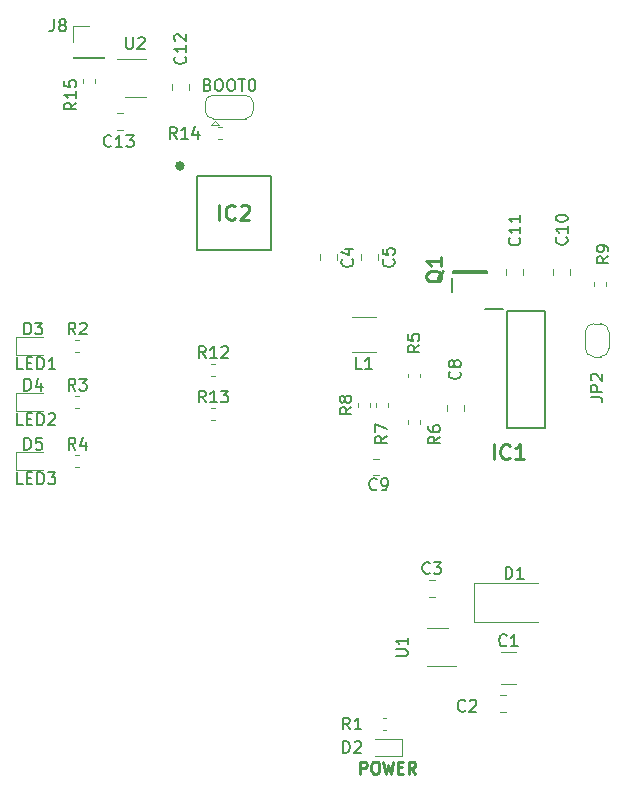
<source format=gbr>
G04 #@! TF.GenerationSoftware,KiCad,Pcbnew,(5.1.5)-3*
G04 #@! TF.CreationDate,2020-03-19T10:51:44+02:00*
G04 #@! TF.ProjectId,SeamlessVision,5365616d-6c65-4737-9356-6973696f6e2e,rev?*
G04 #@! TF.SameCoordinates,Original*
G04 #@! TF.FileFunction,Legend,Top*
G04 #@! TF.FilePolarity,Positive*
%FSLAX46Y46*%
G04 Gerber Fmt 4.6, Leading zero omitted, Abs format (unit mm)*
G04 Created by KiCad (PCBNEW (5.1.5)-3) date 2020-03-19 10:51:44*
%MOMM*%
%LPD*%
G04 APERTURE LIST*
%ADD10C,0.250000*%
%ADD11C,0.150000*%
%ADD12C,0.120000*%
%ADD13C,0.200000*%
%ADD14C,0.400000*%
%ADD15C,0.254000*%
G04 APERTURE END LIST*
D10*
X67440476Y-157202380D02*
X67440476Y-156202380D01*
X67821428Y-156202380D01*
X67916666Y-156250000D01*
X67964285Y-156297619D01*
X68011904Y-156392857D01*
X68011904Y-156535714D01*
X67964285Y-156630952D01*
X67916666Y-156678571D01*
X67821428Y-156726190D01*
X67440476Y-156726190D01*
X68630952Y-156202380D02*
X68821428Y-156202380D01*
X68916666Y-156250000D01*
X69011904Y-156345238D01*
X69059523Y-156535714D01*
X69059523Y-156869047D01*
X69011904Y-157059523D01*
X68916666Y-157154761D01*
X68821428Y-157202380D01*
X68630952Y-157202380D01*
X68535714Y-157154761D01*
X68440476Y-157059523D01*
X68392857Y-156869047D01*
X68392857Y-156535714D01*
X68440476Y-156345238D01*
X68535714Y-156250000D01*
X68630952Y-156202380D01*
X69392857Y-156202380D02*
X69630952Y-157202380D01*
X69821428Y-156488095D01*
X70011904Y-157202380D01*
X70250000Y-156202380D01*
X70630952Y-156678571D02*
X70964285Y-156678571D01*
X71107142Y-157202380D02*
X70630952Y-157202380D01*
X70630952Y-156202380D01*
X71107142Y-156202380D01*
X72107142Y-157202380D02*
X71773809Y-156726190D01*
X71535714Y-157202380D02*
X71535714Y-156202380D01*
X71916666Y-156202380D01*
X72011904Y-156250000D01*
X72059523Y-156297619D01*
X72107142Y-156392857D01*
X72107142Y-156535714D01*
X72059523Y-156630952D01*
X72011904Y-156678571D01*
X71916666Y-156726190D01*
X71535714Y-156726190D01*
D11*
X38880952Y-122952380D02*
X38404761Y-122952380D01*
X38404761Y-121952380D01*
X39214285Y-122428571D02*
X39547619Y-122428571D01*
X39690476Y-122952380D02*
X39214285Y-122952380D01*
X39214285Y-121952380D01*
X39690476Y-121952380D01*
X40119047Y-122952380D02*
X40119047Y-121952380D01*
X40357142Y-121952380D01*
X40500000Y-122000000D01*
X40595238Y-122095238D01*
X40642857Y-122190476D01*
X40690476Y-122380952D01*
X40690476Y-122523809D01*
X40642857Y-122714285D01*
X40595238Y-122809523D01*
X40500000Y-122904761D01*
X40357142Y-122952380D01*
X40119047Y-122952380D01*
X41642857Y-122952380D02*
X41071428Y-122952380D01*
X41357142Y-122952380D02*
X41357142Y-121952380D01*
X41261904Y-122095238D01*
X41166666Y-122190476D01*
X41071428Y-122238095D01*
X38880952Y-127702380D02*
X38404761Y-127702380D01*
X38404761Y-126702380D01*
X39214285Y-127178571D02*
X39547619Y-127178571D01*
X39690476Y-127702380D02*
X39214285Y-127702380D01*
X39214285Y-126702380D01*
X39690476Y-126702380D01*
X40119047Y-127702380D02*
X40119047Y-126702380D01*
X40357142Y-126702380D01*
X40500000Y-126750000D01*
X40595238Y-126845238D01*
X40642857Y-126940476D01*
X40690476Y-127130952D01*
X40690476Y-127273809D01*
X40642857Y-127464285D01*
X40595238Y-127559523D01*
X40500000Y-127654761D01*
X40357142Y-127702380D01*
X40119047Y-127702380D01*
X41071428Y-126797619D02*
X41119047Y-126750000D01*
X41214285Y-126702380D01*
X41452380Y-126702380D01*
X41547619Y-126750000D01*
X41595238Y-126797619D01*
X41642857Y-126892857D01*
X41642857Y-126988095D01*
X41595238Y-127130952D01*
X41023809Y-127702380D01*
X41642857Y-127702380D01*
X38880952Y-132702380D02*
X38404761Y-132702380D01*
X38404761Y-131702380D01*
X39214285Y-132178571D02*
X39547619Y-132178571D01*
X39690476Y-132702380D02*
X39214285Y-132702380D01*
X39214285Y-131702380D01*
X39690476Y-131702380D01*
X40119047Y-132702380D02*
X40119047Y-131702380D01*
X40357142Y-131702380D01*
X40500000Y-131750000D01*
X40595238Y-131845238D01*
X40642857Y-131940476D01*
X40690476Y-132130952D01*
X40690476Y-132273809D01*
X40642857Y-132464285D01*
X40595238Y-132559523D01*
X40500000Y-132654761D01*
X40357142Y-132702380D01*
X40119047Y-132702380D01*
X41023809Y-131702380D02*
X41642857Y-131702380D01*
X41309523Y-132083333D01*
X41452380Y-132083333D01*
X41547619Y-132130952D01*
X41595238Y-132178571D01*
X41642857Y-132273809D01*
X41642857Y-132511904D01*
X41595238Y-132607142D01*
X41547619Y-132654761D01*
X41452380Y-132702380D01*
X41166666Y-132702380D01*
X41071428Y-132654761D01*
X41023809Y-132607142D01*
D12*
X55387221Y-102490000D02*
X55712779Y-102490000D01*
X55387221Y-103510000D02*
X55712779Y-103510000D01*
X68740000Y-126125279D02*
X68740000Y-125799721D01*
X69760000Y-126125279D02*
X69760000Y-125799721D01*
X68700000Y-155735000D02*
X70985000Y-155735000D01*
X70985000Y-155735000D02*
X70985000Y-154265000D01*
X70985000Y-154265000D02*
X68700000Y-154265000D01*
X69337221Y-153510000D02*
X69662779Y-153510000D01*
X69337221Y-152490000D02*
X69662779Y-152490000D01*
X38265000Y-121735000D02*
X40550000Y-121735000D01*
X38265000Y-120265000D02*
X38265000Y-121735000D01*
X40550000Y-120265000D02*
X38265000Y-120265000D01*
X38265000Y-126485000D02*
X40550000Y-126485000D01*
X38265000Y-125015000D02*
X38265000Y-126485000D01*
X40550000Y-125015000D02*
X38265000Y-125015000D01*
X40550000Y-130015000D02*
X38265000Y-130015000D01*
X38265000Y-130015000D02*
X38265000Y-131485000D01*
X38265000Y-131485000D02*
X40550000Y-131485000D01*
X43337221Y-121510000D02*
X43662779Y-121510000D01*
X43337221Y-120490000D02*
X43662779Y-120490000D01*
X43337221Y-125240000D02*
X43662779Y-125240000D01*
X43337221Y-126260000D02*
X43662779Y-126260000D01*
X43337221Y-130240000D02*
X43662779Y-130240000D01*
X43337221Y-131260000D02*
X43662779Y-131260000D01*
X79397936Y-146890000D02*
X80602064Y-146890000D01*
X79397936Y-149610000D02*
X80602064Y-149610000D01*
X79241422Y-151960000D02*
X79758578Y-151960000D01*
X79241422Y-150540000D02*
X79758578Y-150540000D01*
X73241422Y-140790000D02*
X73758578Y-140790000D01*
X73241422Y-142210000D02*
X73758578Y-142210000D01*
X64040000Y-113241422D02*
X64040000Y-113758578D01*
X65460000Y-113241422D02*
X65460000Y-113758578D01*
X68960000Y-113241422D02*
X68960000Y-113758578D01*
X67540000Y-113241422D02*
X67540000Y-113758578D01*
X74790000Y-126508578D02*
X74790000Y-125991422D01*
X76210000Y-126508578D02*
X76210000Y-125991422D01*
X68491422Y-131960000D02*
X69008578Y-131960000D01*
X68491422Y-130540000D02*
X69008578Y-130540000D01*
X85210000Y-114491422D02*
X85210000Y-115008578D01*
X83790000Y-114491422D02*
X83790000Y-115008578D01*
X79790000Y-114491422D02*
X79790000Y-115008578D01*
X81210000Y-114491422D02*
X81210000Y-115008578D01*
X77100000Y-141100000D02*
X82500000Y-141100000D01*
X77100000Y-144400000D02*
X82500000Y-144400000D01*
X77100000Y-141100000D02*
X77100000Y-144400000D01*
D13*
X79900000Y-118050000D02*
X83100000Y-118050000D01*
X83100000Y-118050000D02*
X83100000Y-127950000D01*
X83100000Y-127950000D02*
X79900000Y-127950000D01*
X79900000Y-127950000D02*
X79900000Y-118050000D01*
X78000000Y-117855000D02*
X79550000Y-117855000D01*
X53600000Y-106600000D02*
X59900000Y-106600000D01*
X59900000Y-106600000D02*
X59900000Y-112900000D01*
X59900000Y-112900000D02*
X53600000Y-112900000D01*
X53600000Y-112900000D02*
X53600000Y-106600000D01*
D14*
X52375000Y-105750000D02*
G75*
G03X52375000Y-105750000I-200000J0D01*
G01*
D12*
X55150000Y-101950000D02*
X55450000Y-102250000D01*
X54850000Y-102250000D02*
X55450000Y-102250000D01*
X55150000Y-101950000D02*
X54850000Y-102250000D01*
X54300000Y-101050000D02*
X54300000Y-100450000D01*
X57750000Y-101750000D02*
X54950000Y-101750000D01*
X58400000Y-100450000D02*
X58400000Y-101050000D01*
X54950000Y-99750000D02*
X57750000Y-99750000D01*
X57700000Y-99750000D02*
G75*
G02X58400000Y-100450000I0J-700000D01*
G01*
X58400000Y-101050000D02*
G75*
G02X57700000Y-101750000I-700000J0D01*
G01*
X55000000Y-101750000D02*
G75*
G02X54300000Y-101050000I0J700000D01*
G01*
X54300000Y-100450000D02*
G75*
G02X55000000Y-99750000I700000J0D01*
G01*
X88500000Y-121200000D02*
G75*
G02X87800000Y-121900000I-700000J0D01*
G01*
X87200000Y-121900000D02*
G75*
G02X86500000Y-121200000I0J700000D01*
G01*
X86500000Y-119800000D02*
G75*
G02X87200000Y-119100000I700000J0D01*
G01*
X87800000Y-119100000D02*
G75*
G02X88500000Y-119800000I0J-700000D01*
G01*
X87200000Y-119100000D02*
X87800000Y-119100000D01*
X86500000Y-121200000D02*
X86500000Y-119800000D01*
X87800000Y-121900000D02*
X87200000Y-121900000D01*
X88500000Y-119800000D02*
X88500000Y-121200000D01*
X66750000Y-118520000D02*
X68750000Y-118520000D01*
X68750000Y-121480000D02*
X66750000Y-121480000D01*
D13*
X75300000Y-114850000D02*
X75300000Y-114650000D01*
X75300000Y-114650000D02*
X78200000Y-114650000D01*
X78200000Y-114650000D02*
X78200000Y-114850000D01*
X78200000Y-114850000D02*
X75300000Y-114850000D01*
X75215000Y-116400000D02*
X75215000Y-115200000D01*
D12*
X71490000Y-123662779D02*
X71490000Y-123337221D01*
X72510000Y-123662779D02*
X72510000Y-123337221D01*
X72510000Y-127625279D02*
X72510000Y-127299721D01*
X71490000Y-127625279D02*
X71490000Y-127299721D01*
X68260000Y-126162779D02*
X68260000Y-125837221D01*
X67240000Y-126162779D02*
X67240000Y-125837221D01*
X87240000Y-115912779D02*
X87240000Y-115587221D01*
X88260000Y-115912779D02*
X88260000Y-115587221D01*
X73100000Y-148110000D02*
X75550000Y-148110000D01*
X74900000Y-144890000D02*
X73100000Y-144890000D01*
X54837221Y-122490000D02*
X55162779Y-122490000D01*
X54837221Y-123510000D02*
X55162779Y-123510000D01*
X54837221Y-127260000D02*
X55162779Y-127260000D01*
X54837221Y-126240000D02*
X55162779Y-126240000D01*
X52907000Y-98801422D02*
X52907000Y-99318578D01*
X51487000Y-98801422D02*
X51487000Y-99318578D01*
X46858422Y-102691000D02*
X47375578Y-102691000D01*
X46858422Y-101271000D02*
X47375578Y-101271000D01*
X43940000Y-98714779D02*
X43940000Y-98389221D01*
X44960000Y-98714779D02*
X44960000Y-98389221D01*
X47487000Y-99908000D02*
X49287000Y-99908000D01*
X49287000Y-96688000D02*
X46837000Y-96688000D01*
X43120000Y-96580000D02*
X45780000Y-96580000D01*
X43120000Y-96520000D02*
X43120000Y-96580000D01*
X45780000Y-96520000D02*
X45780000Y-96580000D01*
X43120000Y-96520000D02*
X45780000Y-96520000D01*
X43120000Y-95250000D02*
X43120000Y-93920000D01*
X43120000Y-93920000D02*
X44450000Y-93920000D01*
D11*
X51907142Y-103452380D02*
X51573809Y-102976190D01*
X51335714Y-103452380D02*
X51335714Y-102452380D01*
X51716666Y-102452380D01*
X51811904Y-102500000D01*
X51859523Y-102547619D01*
X51907142Y-102642857D01*
X51907142Y-102785714D01*
X51859523Y-102880952D01*
X51811904Y-102928571D01*
X51716666Y-102976190D01*
X51335714Y-102976190D01*
X52859523Y-103452380D02*
X52288095Y-103452380D01*
X52573809Y-103452380D02*
X52573809Y-102452380D01*
X52478571Y-102595238D01*
X52383333Y-102690476D01*
X52288095Y-102738095D01*
X53716666Y-102785714D02*
X53716666Y-103452380D01*
X53478571Y-102404761D02*
X53240476Y-103119047D01*
X53859523Y-103119047D01*
X69702380Y-128629166D02*
X69226190Y-128962500D01*
X69702380Y-129200595D02*
X68702380Y-129200595D01*
X68702380Y-128819642D01*
X68750000Y-128724404D01*
X68797619Y-128676785D01*
X68892857Y-128629166D01*
X69035714Y-128629166D01*
X69130952Y-128676785D01*
X69178571Y-128724404D01*
X69226190Y-128819642D01*
X69226190Y-129200595D01*
X68702380Y-128295833D02*
X68702380Y-127629166D01*
X69702380Y-128057738D01*
X66011904Y-155452380D02*
X66011904Y-154452380D01*
X66250000Y-154452380D01*
X66392857Y-154500000D01*
X66488095Y-154595238D01*
X66535714Y-154690476D01*
X66583333Y-154880952D01*
X66583333Y-155023809D01*
X66535714Y-155214285D01*
X66488095Y-155309523D01*
X66392857Y-155404761D01*
X66250000Y-155452380D01*
X66011904Y-155452380D01*
X66964285Y-154547619D02*
X67011904Y-154500000D01*
X67107142Y-154452380D01*
X67345238Y-154452380D01*
X67440476Y-154500000D01*
X67488095Y-154547619D01*
X67535714Y-154642857D01*
X67535714Y-154738095D01*
X67488095Y-154880952D01*
X66916666Y-155452380D01*
X67535714Y-155452380D01*
X66583333Y-153452380D02*
X66250000Y-152976190D01*
X66011904Y-153452380D02*
X66011904Y-152452380D01*
X66392857Y-152452380D01*
X66488095Y-152500000D01*
X66535714Y-152547619D01*
X66583333Y-152642857D01*
X66583333Y-152785714D01*
X66535714Y-152880952D01*
X66488095Y-152928571D01*
X66392857Y-152976190D01*
X66011904Y-152976190D01*
X67535714Y-153452380D02*
X66964285Y-153452380D01*
X67250000Y-153452380D02*
X67250000Y-152452380D01*
X67154761Y-152595238D01*
X67059523Y-152690476D01*
X66964285Y-152738095D01*
X39011904Y-120022380D02*
X39011904Y-119022380D01*
X39250000Y-119022380D01*
X39392857Y-119070000D01*
X39488095Y-119165238D01*
X39535714Y-119260476D01*
X39583333Y-119450952D01*
X39583333Y-119593809D01*
X39535714Y-119784285D01*
X39488095Y-119879523D01*
X39392857Y-119974761D01*
X39250000Y-120022380D01*
X39011904Y-120022380D01*
X39916666Y-119022380D02*
X40535714Y-119022380D01*
X40202380Y-119403333D01*
X40345238Y-119403333D01*
X40440476Y-119450952D01*
X40488095Y-119498571D01*
X40535714Y-119593809D01*
X40535714Y-119831904D01*
X40488095Y-119927142D01*
X40440476Y-119974761D01*
X40345238Y-120022380D01*
X40059523Y-120022380D01*
X39964285Y-119974761D01*
X39916666Y-119927142D01*
X39011904Y-124772380D02*
X39011904Y-123772380D01*
X39250000Y-123772380D01*
X39392857Y-123820000D01*
X39488095Y-123915238D01*
X39535714Y-124010476D01*
X39583333Y-124200952D01*
X39583333Y-124343809D01*
X39535714Y-124534285D01*
X39488095Y-124629523D01*
X39392857Y-124724761D01*
X39250000Y-124772380D01*
X39011904Y-124772380D01*
X40440476Y-124105714D02*
X40440476Y-124772380D01*
X40202380Y-123724761D02*
X39964285Y-124439047D01*
X40583333Y-124439047D01*
X39011904Y-129772380D02*
X39011904Y-128772380D01*
X39250000Y-128772380D01*
X39392857Y-128820000D01*
X39488095Y-128915238D01*
X39535714Y-129010476D01*
X39583333Y-129200952D01*
X39583333Y-129343809D01*
X39535714Y-129534285D01*
X39488095Y-129629523D01*
X39392857Y-129724761D01*
X39250000Y-129772380D01*
X39011904Y-129772380D01*
X40488095Y-128772380D02*
X40011904Y-128772380D01*
X39964285Y-129248571D01*
X40011904Y-129200952D01*
X40107142Y-129153333D01*
X40345238Y-129153333D01*
X40440476Y-129200952D01*
X40488095Y-129248571D01*
X40535714Y-129343809D01*
X40535714Y-129581904D01*
X40488095Y-129677142D01*
X40440476Y-129724761D01*
X40345238Y-129772380D01*
X40107142Y-129772380D01*
X40011904Y-129724761D01*
X39964285Y-129677142D01*
X43333333Y-120022380D02*
X43000000Y-119546190D01*
X42761904Y-120022380D02*
X42761904Y-119022380D01*
X43142857Y-119022380D01*
X43238095Y-119070000D01*
X43285714Y-119117619D01*
X43333333Y-119212857D01*
X43333333Y-119355714D01*
X43285714Y-119450952D01*
X43238095Y-119498571D01*
X43142857Y-119546190D01*
X42761904Y-119546190D01*
X43714285Y-119117619D02*
X43761904Y-119070000D01*
X43857142Y-119022380D01*
X44095238Y-119022380D01*
X44190476Y-119070000D01*
X44238095Y-119117619D01*
X44285714Y-119212857D01*
X44285714Y-119308095D01*
X44238095Y-119450952D01*
X43666666Y-120022380D01*
X44285714Y-120022380D01*
X43333333Y-124772380D02*
X43000000Y-124296190D01*
X42761904Y-124772380D02*
X42761904Y-123772380D01*
X43142857Y-123772380D01*
X43238095Y-123820000D01*
X43285714Y-123867619D01*
X43333333Y-123962857D01*
X43333333Y-124105714D01*
X43285714Y-124200952D01*
X43238095Y-124248571D01*
X43142857Y-124296190D01*
X42761904Y-124296190D01*
X43666666Y-123772380D02*
X44285714Y-123772380D01*
X43952380Y-124153333D01*
X44095238Y-124153333D01*
X44190476Y-124200952D01*
X44238095Y-124248571D01*
X44285714Y-124343809D01*
X44285714Y-124581904D01*
X44238095Y-124677142D01*
X44190476Y-124724761D01*
X44095238Y-124772380D01*
X43809523Y-124772380D01*
X43714285Y-124724761D01*
X43666666Y-124677142D01*
X43333333Y-129772380D02*
X43000000Y-129296190D01*
X42761904Y-129772380D02*
X42761904Y-128772380D01*
X43142857Y-128772380D01*
X43238095Y-128820000D01*
X43285714Y-128867619D01*
X43333333Y-128962857D01*
X43333333Y-129105714D01*
X43285714Y-129200952D01*
X43238095Y-129248571D01*
X43142857Y-129296190D01*
X42761904Y-129296190D01*
X44190476Y-129105714D02*
X44190476Y-129772380D01*
X43952380Y-128724761D02*
X43714285Y-129439047D01*
X44333333Y-129439047D01*
X79833333Y-146327142D02*
X79785714Y-146374761D01*
X79642857Y-146422380D01*
X79547619Y-146422380D01*
X79404761Y-146374761D01*
X79309523Y-146279523D01*
X79261904Y-146184285D01*
X79214285Y-145993809D01*
X79214285Y-145850952D01*
X79261904Y-145660476D01*
X79309523Y-145565238D01*
X79404761Y-145470000D01*
X79547619Y-145422380D01*
X79642857Y-145422380D01*
X79785714Y-145470000D01*
X79833333Y-145517619D01*
X80785714Y-146422380D02*
X80214285Y-146422380D01*
X80500000Y-146422380D02*
X80500000Y-145422380D01*
X80404761Y-145565238D01*
X80309523Y-145660476D01*
X80214285Y-145708095D01*
X76333333Y-151857142D02*
X76285714Y-151904761D01*
X76142857Y-151952380D01*
X76047619Y-151952380D01*
X75904761Y-151904761D01*
X75809523Y-151809523D01*
X75761904Y-151714285D01*
X75714285Y-151523809D01*
X75714285Y-151380952D01*
X75761904Y-151190476D01*
X75809523Y-151095238D01*
X75904761Y-151000000D01*
X76047619Y-150952380D01*
X76142857Y-150952380D01*
X76285714Y-151000000D01*
X76333333Y-151047619D01*
X76714285Y-151047619D02*
X76761904Y-151000000D01*
X76857142Y-150952380D01*
X77095238Y-150952380D01*
X77190476Y-151000000D01*
X77238095Y-151047619D01*
X77285714Y-151142857D01*
X77285714Y-151238095D01*
X77238095Y-151380952D01*
X76666666Y-151952380D01*
X77285714Y-151952380D01*
X73333333Y-140207142D02*
X73285714Y-140254761D01*
X73142857Y-140302380D01*
X73047619Y-140302380D01*
X72904761Y-140254761D01*
X72809523Y-140159523D01*
X72761904Y-140064285D01*
X72714285Y-139873809D01*
X72714285Y-139730952D01*
X72761904Y-139540476D01*
X72809523Y-139445238D01*
X72904761Y-139350000D01*
X73047619Y-139302380D01*
X73142857Y-139302380D01*
X73285714Y-139350000D01*
X73333333Y-139397619D01*
X73666666Y-139302380D02*
X74285714Y-139302380D01*
X73952380Y-139683333D01*
X74095238Y-139683333D01*
X74190476Y-139730952D01*
X74238095Y-139778571D01*
X74285714Y-139873809D01*
X74285714Y-140111904D01*
X74238095Y-140207142D01*
X74190476Y-140254761D01*
X74095238Y-140302380D01*
X73809523Y-140302380D01*
X73714285Y-140254761D01*
X73666666Y-140207142D01*
X66757142Y-113666666D02*
X66804761Y-113714285D01*
X66852380Y-113857142D01*
X66852380Y-113952380D01*
X66804761Y-114095238D01*
X66709523Y-114190476D01*
X66614285Y-114238095D01*
X66423809Y-114285714D01*
X66280952Y-114285714D01*
X66090476Y-114238095D01*
X65995238Y-114190476D01*
X65900000Y-114095238D01*
X65852380Y-113952380D01*
X65852380Y-113857142D01*
X65900000Y-113714285D01*
X65947619Y-113666666D01*
X66185714Y-112809523D02*
X66852380Y-112809523D01*
X65804761Y-113047619D02*
X66519047Y-113285714D01*
X66519047Y-112666666D01*
X70257142Y-113666666D02*
X70304761Y-113714285D01*
X70352380Y-113857142D01*
X70352380Y-113952380D01*
X70304761Y-114095238D01*
X70209523Y-114190476D01*
X70114285Y-114238095D01*
X69923809Y-114285714D01*
X69780952Y-114285714D01*
X69590476Y-114238095D01*
X69495238Y-114190476D01*
X69400000Y-114095238D01*
X69352380Y-113952380D01*
X69352380Y-113857142D01*
X69400000Y-113714285D01*
X69447619Y-113666666D01*
X69352380Y-112761904D02*
X69352380Y-113238095D01*
X69828571Y-113285714D01*
X69780952Y-113238095D01*
X69733333Y-113142857D01*
X69733333Y-112904761D01*
X69780952Y-112809523D01*
X69828571Y-112761904D01*
X69923809Y-112714285D01*
X70161904Y-112714285D01*
X70257142Y-112761904D01*
X70304761Y-112809523D01*
X70352380Y-112904761D01*
X70352380Y-113142857D01*
X70304761Y-113238095D01*
X70257142Y-113285714D01*
X75857142Y-123166666D02*
X75904761Y-123214285D01*
X75952380Y-123357142D01*
X75952380Y-123452380D01*
X75904761Y-123595238D01*
X75809523Y-123690476D01*
X75714285Y-123738095D01*
X75523809Y-123785714D01*
X75380952Y-123785714D01*
X75190476Y-123738095D01*
X75095238Y-123690476D01*
X75000000Y-123595238D01*
X74952380Y-123452380D01*
X74952380Y-123357142D01*
X75000000Y-123214285D01*
X75047619Y-123166666D01*
X75380952Y-122595238D02*
X75333333Y-122690476D01*
X75285714Y-122738095D01*
X75190476Y-122785714D01*
X75142857Y-122785714D01*
X75047619Y-122738095D01*
X75000000Y-122690476D01*
X74952380Y-122595238D01*
X74952380Y-122404761D01*
X75000000Y-122309523D01*
X75047619Y-122261904D01*
X75142857Y-122214285D01*
X75190476Y-122214285D01*
X75285714Y-122261904D01*
X75333333Y-122309523D01*
X75380952Y-122404761D01*
X75380952Y-122595238D01*
X75428571Y-122690476D01*
X75476190Y-122738095D01*
X75571428Y-122785714D01*
X75761904Y-122785714D01*
X75857142Y-122738095D01*
X75904761Y-122690476D01*
X75952380Y-122595238D01*
X75952380Y-122404761D01*
X75904761Y-122309523D01*
X75857142Y-122261904D01*
X75761904Y-122214285D01*
X75571428Y-122214285D01*
X75476190Y-122261904D01*
X75428571Y-122309523D01*
X75380952Y-122404761D01*
X68833333Y-133107142D02*
X68785714Y-133154761D01*
X68642857Y-133202380D01*
X68547619Y-133202380D01*
X68404761Y-133154761D01*
X68309523Y-133059523D01*
X68261904Y-132964285D01*
X68214285Y-132773809D01*
X68214285Y-132630952D01*
X68261904Y-132440476D01*
X68309523Y-132345238D01*
X68404761Y-132250000D01*
X68547619Y-132202380D01*
X68642857Y-132202380D01*
X68785714Y-132250000D01*
X68833333Y-132297619D01*
X69309523Y-133202380D02*
X69500000Y-133202380D01*
X69595238Y-133154761D01*
X69642857Y-133107142D01*
X69738095Y-132964285D01*
X69785714Y-132773809D01*
X69785714Y-132392857D01*
X69738095Y-132297619D01*
X69690476Y-132250000D01*
X69595238Y-132202380D01*
X69404761Y-132202380D01*
X69309523Y-132250000D01*
X69261904Y-132297619D01*
X69214285Y-132392857D01*
X69214285Y-132630952D01*
X69261904Y-132726190D01*
X69309523Y-132773809D01*
X69404761Y-132821428D01*
X69595238Y-132821428D01*
X69690476Y-132773809D01*
X69738095Y-132726190D01*
X69785714Y-132630952D01*
X84907142Y-111792857D02*
X84954761Y-111840476D01*
X85002380Y-111983333D01*
X85002380Y-112078571D01*
X84954761Y-112221428D01*
X84859523Y-112316666D01*
X84764285Y-112364285D01*
X84573809Y-112411904D01*
X84430952Y-112411904D01*
X84240476Y-112364285D01*
X84145238Y-112316666D01*
X84050000Y-112221428D01*
X84002380Y-112078571D01*
X84002380Y-111983333D01*
X84050000Y-111840476D01*
X84097619Y-111792857D01*
X85002380Y-110840476D02*
X85002380Y-111411904D01*
X85002380Y-111126190D02*
X84002380Y-111126190D01*
X84145238Y-111221428D01*
X84240476Y-111316666D01*
X84288095Y-111411904D01*
X84002380Y-110221428D02*
X84002380Y-110126190D01*
X84050000Y-110030952D01*
X84097619Y-109983333D01*
X84192857Y-109935714D01*
X84383333Y-109888095D01*
X84621428Y-109888095D01*
X84811904Y-109935714D01*
X84907142Y-109983333D01*
X84954761Y-110030952D01*
X85002380Y-110126190D01*
X85002380Y-110221428D01*
X84954761Y-110316666D01*
X84907142Y-110364285D01*
X84811904Y-110411904D01*
X84621428Y-110459523D01*
X84383333Y-110459523D01*
X84192857Y-110411904D01*
X84097619Y-110364285D01*
X84050000Y-110316666D01*
X84002380Y-110221428D01*
X80907142Y-111842857D02*
X80954761Y-111890476D01*
X81002380Y-112033333D01*
X81002380Y-112128571D01*
X80954761Y-112271428D01*
X80859523Y-112366666D01*
X80764285Y-112414285D01*
X80573809Y-112461904D01*
X80430952Y-112461904D01*
X80240476Y-112414285D01*
X80145238Y-112366666D01*
X80050000Y-112271428D01*
X80002380Y-112128571D01*
X80002380Y-112033333D01*
X80050000Y-111890476D01*
X80097619Y-111842857D01*
X81002380Y-110890476D02*
X81002380Y-111461904D01*
X81002380Y-111176190D02*
X80002380Y-111176190D01*
X80145238Y-111271428D01*
X80240476Y-111366666D01*
X80288095Y-111461904D01*
X81002380Y-109938095D02*
X81002380Y-110509523D01*
X81002380Y-110223809D02*
X80002380Y-110223809D01*
X80145238Y-110319047D01*
X80240476Y-110414285D01*
X80288095Y-110509523D01*
X79761904Y-140702380D02*
X79761904Y-139702380D01*
X80000000Y-139702380D01*
X80142857Y-139750000D01*
X80238095Y-139845238D01*
X80285714Y-139940476D01*
X80333333Y-140130952D01*
X80333333Y-140273809D01*
X80285714Y-140464285D01*
X80238095Y-140559523D01*
X80142857Y-140654761D01*
X80000000Y-140702380D01*
X79761904Y-140702380D01*
X81285714Y-140702380D02*
X80714285Y-140702380D01*
X81000000Y-140702380D02*
X81000000Y-139702380D01*
X80904761Y-139845238D01*
X80809523Y-139940476D01*
X80714285Y-139988095D01*
D15*
X78760238Y-130574523D02*
X78760238Y-129304523D01*
X80090714Y-130453571D02*
X80030238Y-130514047D01*
X79848809Y-130574523D01*
X79727857Y-130574523D01*
X79546428Y-130514047D01*
X79425476Y-130393095D01*
X79365000Y-130272142D01*
X79304523Y-130030238D01*
X79304523Y-129848809D01*
X79365000Y-129606904D01*
X79425476Y-129485952D01*
X79546428Y-129365000D01*
X79727857Y-129304523D01*
X79848809Y-129304523D01*
X80030238Y-129365000D01*
X80090714Y-129425476D01*
X81300238Y-130574523D02*
X80574523Y-130574523D01*
X80937380Y-130574523D02*
X80937380Y-129304523D01*
X80816428Y-129485952D01*
X80695476Y-129606904D01*
X80574523Y-129667380D01*
X55510238Y-110324523D02*
X55510238Y-109054523D01*
X56840714Y-110203571D02*
X56780238Y-110264047D01*
X56598809Y-110324523D01*
X56477857Y-110324523D01*
X56296428Y-110264047D01*
X56175476Y-110143095D01*
X56115000Y-110022142D01*
X56054523Y-109780238D01*
X56054523Y-109598809D01*
X56115000Y-109356904D01*
X56175476Y-109235952D01*
X56296428Y-109115000D01*
X56477857Y-109054523D01*
X56598809Y-109054523D01*
X56780238Y-109115000D01*
X56840714Y-109175476D01*
X57324523Y-109175476D02*
X57385000Y-109115000D01*
X57505952Y-109054523D01*
X57808333Y-109054523D01*
X57929285Y-109115000D01*
X57989761Y-109175476D01*
X58050238Y-109296428D01*
X58050238Y-109417380D01*
X57989761Y-109598809D01*
X57264047Y-110324523D01*
X58050238Y-110324523D01*
D11*
X54516666Y-98878571D02*
X54659523Y-98926190D01*
X54707142Y-98973809D01*
X54754761Y-99069047D01*
X54754761Y-99211904D01*
X54707142Y-99307142D01*
X54659523Y-99354761D01*
X54564285Y-99402380D01*
X54183333Y-99402380D01*
X54183333Y-98402380D01*
X54516666Y-98402380D01*
X54611904Y-98450000D01*
X54659523Y-98497619D01*
X54707142Y-98592857D01*
X54707142Y-98688095D01*
X54659523Y-98783333D01*
X54611904Y-98830952D01*
X54516666Y-98878571D01*
X54183333Y-98878571D01*
X55373809Y-98402380D02*
X55564285Y-98402380D01*
X55659523Y-98450000D01*
X55754761Y-98545238D01*
X55802380Y-98735714D01*
X55802380Y-99069047D01*
X55754761Y-99259523D01*
X55659523Y-99354761D01*
X55564285Y-99402380D01*
X55373809Y-99402380D01*
X55278571Y-99354761D01*
X55183333Y-99259523D01*
X55135714Y-99069047D01*
X55135714Y-98735714D01*
X55183333Y-98545238D01*
X55278571Y-98450000D01*
X55373809Y-98402380D01*
X56421428Y-98402380D02*
X56611904Y-98402380D01*
X56707142Y-98450000D01*
X56802380Y-98545238D01*
X56850000Y-98735714D01*
X56850000Y-99069047D01*
X56802380Y-99259523D01*
X56707142Y-99354761D01*
X56611904Y-99402380D01*
X56421428Y-99402380D01*
X56326190Y-99354761D01*
X56230952Y-99259523D01*
X56183333Y-99069047D01*
X56183333Y-98735714D01*
X56230952Y-98545238D01*
X56326190Y-98450000D01*
X56421428Y-98402380D01*
X57135714Y-98402380D02*
X57707142Y-98402380D01*
X57421428Y-99402380D02*
X57421428Y-98402380D01*
X58230952Y-98402380D02*
X58326190Y-98402380D01*
X58421428Y-98450000D01*
X58469047Y-98497619D01*
X58516666Y-98592857D01*
X58564285Y-98783333D01*
X58564285Y-99021428D01*
X58516666Y-99211904D01*
X58469047Y-99307142D01*
X58421428Y-99354761D01*
X58326190Y-99402380D01*
X58230952Y-99402380D01*
X58135714Y-99354761D01*
X58088095Y-99307142D01*
X58040476Y-99211904D01*
X57992857Y-99021428D01*
X57992857Y-98783333D01*
X58040476Y-98592857D01*
X58088095Y-98497619D01*
X58135714Y-98450000D01*
X58230952Y-98402380D01*
X86952380Y-125333333D02*
X87666666Y-125333333D01*
X87809523Y-125380952D01*
X87904761Y-125476190D01*
X87952380Y-125619047D01*
X87952380Y-125714285D01*
X87952380Y-124857142D02*
X86952380Y-124857142D01*
X86952380Y-124476190D01*
X87000000Y-124380952D01*
X87047619Y-124333333D01*
X87142857Y-124285714D01*
X87285714Y-124285714D01*
X87380952Y-124333333D01*
X87428571Y-124380952D01*
X87476190Y-124476190D01*
X87476190Y-124857142D01*
X87047619Y-123904761D02*
X87000000Y-123857142D01*
X86952380Y-123761904D01*
X86952380Y-123523809D01*
X87000000Y-123428571D01*
X87047619Y-123380952D01*
X87142857Y-123333333D01*
X87238095Y-123333333D01*
X87380952Y-123380952D01*
X87952380Y-123952380D01*
X87952380Y-123333333D01*
X67583333Y-122952380D02*
X67107142Y-122952380D01*
X67107142Y-121952380D01*
X68440476Y-122952380D02*
X67869047Y-122952380D01*
X68154761Y-122952380D02*
X68154761Y-121952380D01*
X68059523Y-122095238D01*
X67964285Y-122190476D01*
X67869047Y-122238095D01*
D15*
X74445476Y-114620952D02*
X74385000Y-114741904D01*
X74264047Y-114862857D01*
X74082619Y-115044285D01*
X74022142Y-115165238D01*
X74022142Y-115286190D01*
X74324523Y-115225714D02*
X74264047Y-115346666D01*
X74143095Y-115467619D01*
X73901190Y-115528095D01*
X73477857Y-115528095D01*
X73235952Y-115467619D01*
X73115000Y-115346666D01*
X73054523Y-115225714D01*
X73054523Y-114983809D01*
X73115000Y-114862857D01*
X73235952Y-114741904D01*
X73477857Y-114681428D01*
X73901190Y-114681428D01*
X74143095Y-114741904D01*
X74264047Y-114862857D01*
X74324523Y-114983809D01*
X74324523Y-115225714D01*
X74324523Y-113471904D02*
X74324523Y-114197619D01*
X74324523Y-113834761D02*
X73054523Y-113834761D01*
X73235952Y-113955714D01*
X73356904Y-114076666D01*
X73417380Y-114197619D01*
D11*
X72452380Y-120916666D02*
X71976190Y-121250000D01*
X72452380Y-121488095D02*
X71452380Y-121488095D01*
X71452380Y-121107142D01*
X71500000Y-121011904D01*
X71547619Y-120964285D01*
X71642857Y-120916666D01*
X71785714Y-120916666D01*
X71880952Y-120964285D01*
X71928571Y-121011904D01*
X71976190Y-121107142D01*
X71976190Y-121488095D01*
X71452380Y-120011904D02*
X71452380Y-120488095D01*
X71928571Y-120535714D01*
X71880952Y-120488095D01*
X71833333Y-120392857D01*
X71833333Y-120154761D01*
X71880952Y-120059523D01*
X71928571Y-120011904D01*
X72023809Y-119964285D01*
X72261904Y-119964285D01*
X72357142Y-120011904D01*
X72404761Y-120059523D01*
X72452380Y-120154761D01*
X72452380Y-120392857D01*
X72404761Y-120488095D01*
X72357142Y-120535714D01*
X74202380Y-128666666D02*
X73726190Y-129000000D01*
X74202380Y-129238095D02*
X73202380Y-129238095D01*
X73202380Y-128857142D01*
X73250000Y-128761904D01*
X73297619Y-128714285D01*
X73392857Y-128666666D01*
X73535714Y-128666666D01*
X73630952Y-128714285D01*
X73678571Y-128761904D01*
X73726190Y-128857142D01*
X73726190Y-129238095D01*
X73202380Y-127809523D02*
X73202380Y-128000000D01*
X73250000Y-128095238D01*
X73297619Y-128142857D01*
X73440476Y-128238095D01*
X73630952Y-128285714D01*
X74011904Y-128285714D01*
X74107142Y-128238095D01*
X74154761Y-128190476D01*
X74202380Y-128095238D01*
X74202380Y-127904761D01*
X74154761Y-127809523D01*
X74107142Y-127761904D01*
X74011904Y-127714285D01*
X73773809Y-127714285D01*
X73678571Y-127761904D01*
X73630952Y-127809523D01*
X73583333Y-127904761D01*
X73583333Y-128095238D01*
X73630952Y-128190476D01*
X73678571Y-128238095D01*
X73773809Y-128285714D01*
X66702380Y-126166666D02*
X66226190Y-126500000D01*
X66702380Y-126738095D02*
X65702380Y-126738095D01*
X65702380Y-126357142D01*
X65750000Y-126261904D01*
X65797619Y-126214285D01*
X65892857Y-126166666D01*
X66035714Y-126166666D01*
X66130952Y-126214285D01*
X66178571Y-126261904D01*
X66226190Y-126357142D01*
X66226190Y-126738095D01*
X66130952Y-125595238D02*
X66083333Y-125690476D01*
X66035714Y-125738095D01*
X65940476Y-125785714D01*
X65892857Y-125785714D01*
X65797619Y-125738095D01*
X65750000Y-125690476D01*
X65702380Y-125595238D01*
X65702380Y-125404761D01*
X65750000Y-125309523D01*
X65797619Y-125261904D01*
X65892857Y-125214285D01*
X65940476Y-125214285D01*
X66035714Y-125261904D01*
X66083333Y-125309523D01*
X66130952Y-125404761D01*
X66130952Y-125595238D01*
X66178571Y-125690476D01*
X66226190Y-125738095D01*
X66321428Y-125785714D01*
X66511904Y-125785714D01*
X66607142Y-125738095D01*
X66654761Y-125690476D01*
X66702380Y-125595238D01*
X66702380Y-125404761D01*
X66654761Y-125309523D01*
X66607142Y-125261904D01*
X66511904Y-125214285D01*
X66321428Y-125214285D01*
X66226190Y-125261904D01*
X66178571Y-125309523D01*
X66130952Y-125404761D01*
X88452380Y-113416666D02*
X87976190Y-113750000D01*
X88452380Y-113988095D02*
X87452380Y-113988095D01*
X87452380Y-113607142D01*
X87500000Y-113511904D01*
X87547619Y-113464285D01*
X87642857Y-113416666D01*
X87785714Y-113416666D01*
X87880952Y-113464285D01*
X87928571Y-113511904D01*
X87976190Y-113607142D01*
X87976190Y-113988095D01*
X88452380Y-112940476D02*
X88452380Y-112750000D01*
X88404761Y-112654761D01*
X88357142Y-112607142D01*
X88214285Y-112511904D01*
X88023809Y-112464285D01*
X87642857Y-112464285D01*
X87547619Y-112511904D01*
X87500000Y-112559523D01*
X87452380Y-112654761D01*
X87452380Y-112845238D01*
X87500000Y-112940476D01*
X87547619Y-112988095D01*
X87642857Y-113035714D01*
X87880952Y-113035714D01*
X87976190Y-112988095D01*
X88023809Y-112940476D01*
X88071428Y-112845238D01*
X88071428Y-112654761D01*
X88023809Y-112559523D01*
X87976190Y-112511904D01*
X87880952Y-112464285D01*
X70452380Y-147261904D02*
X71261904Y-147261904D01*
X71357142Y-147214285D01*
X71404761Y-147166666D01*
X71452380Y-147071428D01*
X71452380Y-146880952D01*
X71404761Y-146785714D01*
X71357142Y-146738095D01*
X71261904Y-146690476D01*
X70452380Y-146690476D01*
X71452380Y-145690476D02*
X71452380Y-146261904D01*
X71452380Y-145976190D02*
X70452380Y-145976190D01*
X70595238Y-146071428D01*
X70690476Y-146166666D01*
X70738095Y-146261904D01*
X54357142Y-122022380D02*
X54023809Y-121546190D01*
X53785714Y-122022380D02*
X53785714Y-121022380D01*
X54166666Y-121022380D01*
X54261904Y-121070000D01*
X54309523Y-121117619D01*
X54357142Y-121212857D01*
X54357142Y-121355714D01*
X54309523Y-121450952D01*
X54261904Y-121498571D01*
X54166666Y-121546190D01*
X53785714Y-121546190D01*
X55309523Y-122022380D02*
X54738095Y-122022380D01*
X55023809Y-122022380D02*
X55023809Y-121022380D01*
X54928571Y-121165238D01*
X54833333Y-121260476D01*
X54738095Y-121308095D01*
X55690476Y-121117619D02*
X55738095Y-121070000D01*
X55833333Y-121022380D01*
X56071428Y-121022380D01*
X56166666Y-121070000D01*
X56214285Y-121117619D01*
X56261904Y-121212857D01*
X56261904Y-121308095D01*
X56214285Y-121450952D01*
X55642857Y-122022380D01*
X56261904Y-122022380D01*
X54357142Y-125772380D02*
X54023809Y-125296190D01*
X53785714Y-125772380D02*
X53785714Y-124772380D01*
X54166666Y-124772380D01*
X54261904Y-124820000D01*
X54309523Y-124867619D01*
X54357142Y-124962857D01*
X54357142Y-125105714D01*
X54309523Y-125200952D01*
X54261904Y-125248571D01*
X54166666Y-125296190D01*
X53785714Y-125296190D01*
X55309523Y-125772380D02*
X54738095Y-125772380D01*
X55023809Y-125772380D02*
X55023809Y-124772380D01*
X54928571Y-124915238D01*
X54833333Y-125010476D01*
X54738095Y-125058095D01*
X55642857Y-124772380D02*
X56261904Y-124772380D01*
X55928571Y-125153333D01*
X56071428Y-125153333D01*
X56166666Y-125200952D01*
X56214285Y-125248571D01*
X56261904Y-125343809D01*
X56261904Y-125581904D01*
X56214285Y-125677142D01*
X56166666Y-125724761D01*
X56071428Y-125772380D01*
X55785714Y-125772380D01*
X55690476Y-125724761D01*
X55642857Y-125677142D01*
X52607142Y-96492857D02*
X52654761Y-96540476D01*
X52702380Y-96683333D01*
X52702380Y-96778571D01*
X52654761Y-96921428D01*
X52559523Y-97016666D01*
X52464285Y-97064285D01*
X52273809Y-97111904D01*
X52130952Y-97111904D01*
X51940476Y-97064285D01*
X51845238Y-97016666D01*
X51750000Y-96921428D01*
X51702380Y-96778571D01*
X51702380Y-96683333D01*
X51750000Y-96540476D01*
X51797619Y-96492857D01*
X52702380Y-95540476D02*
X52702380Y-96111904D01*
X52702380Y-95826190D02*
X51702380Y-95826190D01*
X51845238Y-95921428D01*
X51940476Y-96016666D01*
X51988095Y-96111904D01*
X51797619Y-95159523D02*
X51750000Y-95111904D01*
X51702380Y-95016666D01*
X51702380Y-94778571D01*
X51750000Y-94683333D01*
X51797619Y-94635714D01*
X51892857Y-94588095D01*
X51988095Y-94588095D01*
X52130952Y-94635714D01*
X52702380Y-95207142D01*
X52702380Y-94588095D01*
X46357142Y-104057142D02*
X46309523Y-104104761D01*
X46166666Y-104152380D01*
X46071428Y-104152380D01*
X45928571Y-104104761D01*
X45833333Y-104009523D01*
X45785714Y-103914285D01*
X45738095Y-103723809D01*
X45738095Y-103580952D01*
X45785714Y-103390476D01*
X45833333Y-103295238D01*
X45928571Y-103200000D01*
X46071428Y-103152380D01*
X46166666Y-103152380D01*
X46309523Y-103200000D01*
X46357142Y-103247619D01*
X47309523Y-104152380D02*
X46738095Y-104152380D01*
X47023809Y-104152380D02*
X47023809Y-103152380D01*
X46928571Y-103295238D01*
X46833333Y-103390476D01*
X46738095Y-103438095D01*
X47642857Y-103152380D02*
X48261904Y-103152380D01*
X47928571Y-103533333D01*
X48071428Y-103533333D01*
X48166666Y-103580952D01*
X48214285Y-103628571D01*
X48261904Y-103723809D01*
X48261904Y-103961904D01*
X48214285Y-104057142D01*
X48166666Y-104104761D01*
X48071428Y-104152380D01*
X47785714Y-104152380D01*
X47690476Y-104104761D01*
X47642857Y-104057142D01*
X43402380Y-100392857D02*
X42926190Y-100726190D01*
X43402380Y-100964285D02*
X42402380Y-100964285D01*
X42402380Y-100583333D01*
X42450000Y-100488095D01*
X42497619Y-100440476D01*
X42592857Y-100392857D01*
X42735714Y-100392857D01*
X42830952Y-100440476D01*
X42878571Y-100488095D01*
X42926190Y-100583333D01*
X42926190Y-100964285D01*
X43402380Y-99440476D02*
X43402380Y-100011904D01*
X43402380Y-99726190D02*
X42402380Y-99726190D01*
X42545238Y-99821428D01*
X42640476Y-99916666D01*
X42688095Y-100011904D01*
X42402380Y-98535714D02*
X42402380Y-99011904D01*
X42878571Y-99059523D01*
X42830952Y-99011904D01*
X42783333Y-98916666D01*
X42783333Y-98678571D01*
X42830952Y-98583333D01*
X42878571Y-98535714D01*
X42973809Y-98488095D01*
X43211904Y-98488095D01*
X43307142Y-98535714D01*
X43354761Y-98583333D01*
X43402380Y-98678571D01*
X43402380Y-98916666D01*
X43354761Y-99011904D01*
X43307142Y-99059523D01*
X47625095Y-94850380D02*
X47625095Y-95659904D01*
X47672714Y-95755142D01*
X47720333Y-95802761D01*
X47815571Y-95850380D01*
X48006047Y-95850380D01*
X48101285Y-95802761D01*
X48148904Y-95755142D01*
X48196523Y-95659904D01*
X48196523Y-94850380D01*
X48625095Y-94945619D02*
X48672714Y-94898000D01*
X48767952Y-94850380D01*
X49006047Y-94850380D01*
X49101285Y-94898000D01*
X49148904Y-94945619D01*
X49196523Y-95040857D01*
X49196523Y-95136095D01*
X49148904Y-95278952D01*
X48577476Y-95850380D01*
X49196523Y-95850380D01*
X41516666Y-93352380D02*
X41516666Y-94066666D01*
X41469047Y-94209523D01*
X41373809Y-94304761D01*
X41230952Y-94352380D01*
X41135714Y-94352380D01*
X42135714Y-93780952D02*
X42040476Y-93733333D01*
X41992857Y-93685714D01*
X41945238Y-93590476D01*
X41945238Y-93542857D01*
X41992857Y-93447619D01*
X42040476Y-93400000D01*
X42135714Y-93352380D01*
X42326190Y-93352380D01*
X42421428Y-93400000D01*
X42469047Y-93447619D01*
X42516666Y-93542857D01*
X42516666Y-93590476D01*
X42469047Y-93685714D01*
X42421428Y-93733333D01*
X42326190Y-93780952D01*
X42135714Y-93780952D01*
X42040476Y-93828571D01*
X41992857Y-93876190D01*
X41945238Y-93971428D01*
X41945238Y-94161904D01*
X41992857Y-94257142D01*
X42040476Y-94304761D01*
X42135714Y-94352380D01*
X42326190Y-94352380D01*
X42421428Y-94304761D01*
X42469047Y-94257142D01*
X42516666Y-94161904D01*
X42516666Y-93971428D01*
X42469047Y-93876190D01*
X42421428Y-93828571D01*
X42326190Y-93780952D01*
M02*

</source>
